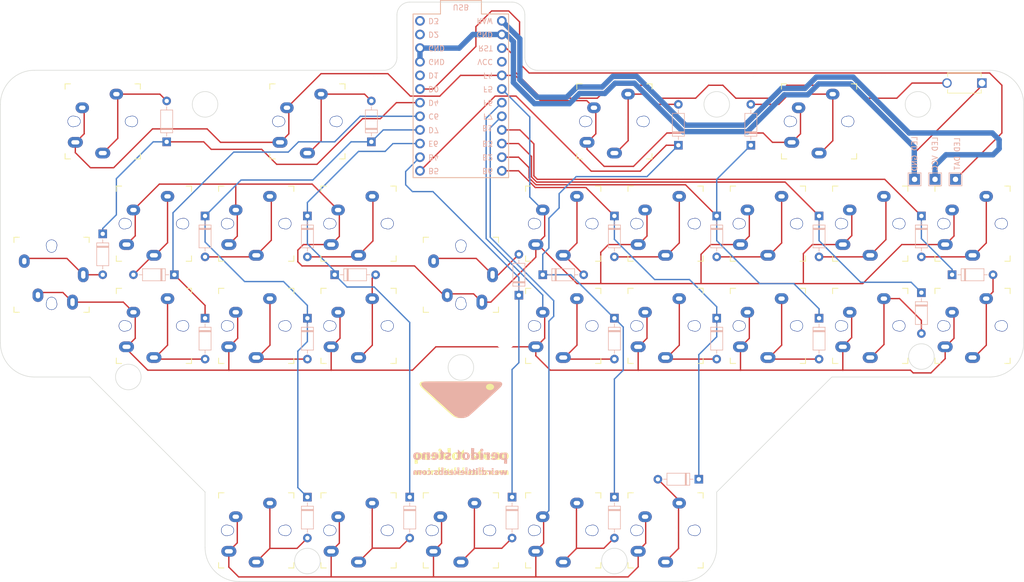
<source format=kicad_pcb>
(kicad_pcb (version 20221018) (generator pcbnew)
  (layers (0 "F.Cu" signal) (31 "B.Cu" signal) (34 "B.Paste" user) (35 "F.Paste" user) (36 "B.SilkS" user "B.Silkscreen") (37 "F.SilkS" user "F.Silkscreen") (38 "B.Mask" user) (39 "F.Mask" user) (44 "Edge.Cuts" user))
  (net 0 "")
  (net 1 "COL0")
  (net 2 "Net-(D1-A)")
  (net 3 "Net-(D3-A)")
  (net 4 "COL1")
  (net 5 "Net-(D7-A)")
  (net 6 "Net-(D8-A)")
  (net 7 "COL2")
  (net 8 "Net-(D10-A)")
  (net 9 "Net-(D11-A)")
  (net 10 "Net-(D12-A)")
  (net 11 "COL3")
  (net 12 "Net-(D16-A)")
  (net 13 "Net-(D17-A)")
  (net 14 "Net-(D18-A)")
  (net 15 "COL4")
  (net 16 "Net-(D20-A)")
  (net 17 "Net-(D22-A)")
  (net 18 "COL5")
  (net 19 "Net-(D24-A)")
  (net 20 "Net-(D25-A)")
  (net 21 "Net-(D26-A)")
  (net 22 "Net-(D27-A)")
  (net 23 "COL6")
  (net 24 "Net-(D29-A)")
  (net 25 "Net-(D30-A)")
  (net 26 "Net-(D31-A)")
  (net 27 "COL7")
  (net 28 "Net-(D32-A)")
  (net 29 "Net-(D33-A)")
  (net 30 "Net-(D34-A)")
  (net 31 "Net-(D35-A)")
  (net 32 "COL8")
  (net 33 "Net-(D37-A)")
  (net 34 "Net-(D38-A)")
  (net 35 "COL9")
  (net 36 "Net-(D41-A)")
  (net 37 "Net-(D42-A)")
  (net 38 "GND")
  (net 39 "+5V")
  (net 40 "LED_DAT")
  (net 41 "RESET")
  (net 42 "ROW0")
  (net 43 "ROW2")
  (net 44 "ROW1")
  (net 45 "ROW3")
  (footprint "FOOTPRINTS:CherryMX_Choc_1u" (layer "F.Cu") (at 161.925 66.675)
    (fp_text reference "SW26" hide)
    (fp_text value "F" hide)
  )
  (footprint "FOOTPRINTS:CherryMX_Choc_1u" (layer "F.Cu") (at 104.775 123.825)
    (fp_text reference "SW19" hide)
    (fp_text value "A" hide)
  )
  (footprint "FOOTPRINTS:CherryMX_Choc_1u" (layer "F.Cu") (at 123.825 66.675)
    (fp_text reference "SW17" hide)
    (fp_text value "H" hide)
  )
  (footprint "FOOTPRINTS:CherryMX_Choc_1u" (layer "F.Cu") (at 238.125 66.675)
    (fp_text reference "SW42" hide)
    (fp_text value "D" hide)
  )
  (footprint "FOOTPRINTS:CherryMX_Choc_1u" (layer "F.Cu") (at 161.925 85.725)
    (fp_text reference "SW27" hide)
    (fp_text value "R" hide)
  )
  (footprint "FOOTPRINTS:CherryMX_Choc_1u" (layer "F.Cu") (at 180.975 123.825)
    (fp_text reference "SW36" hide)
    (fp_text value "U" hide)
  )
  (footprint "FOOTPRINTS:CherryMX_Choc_1u" (layer "F.Cu") (at 142.875 76.2 90)
    (fp_text reference "SW21" hide)
    (fp_text value "*" hide)
  )
  (footprint "FOOTPRINTS:CherryMX_Choc_1u" (layer "F.Cu") (at 161.925 123.825)
    (fp_text reference "SW32" hide)
    (fp_text value "E" hide)
  )
  (footprint "FOOTPRINTS:CherryMX_Choc_1u" (layer "F.Cu") (at 142.875 123.825)
    (fp_text reference "SW28" hide)
    (fp_text value "*" hide)
  )
  (footprint "FOOTPRINTS:CherryMX_Choc_1u" (layer "F.Cu") (at 209.55 47.625)
    (fp_text reference "SW33" hide)
    (fp_text value "#" hide)
  )
  (footprint "FOOTPRINTS:CherryMX_Choc_1u" (layer "F.Cu") (at 200.025 66.675)
    (fp_text reference "SW34" hide)
    (fp_text value "L" hide)
  )
  (footprint "FOOTPRINTS:Stabilizer_MX_2u" (layer "F.Cu") (at 209.55 47.625)
    (fp_text reference "REF**" hide)
    (fp_text value "Stabilizer_MX_2u" hide)
  )
  (footprint "FOOTPRINTS:CherryMX_Choc_1u" (layer "F.Cu") (at 219.075 85.725)
    (fp_text reference "SW39" hide)
    (fp_text value "S" hide)
  )
  (footprint "FOOTPRINTS:CherryMX_Choc_1u" (layer "F.Cu") (at 180.975 85.725)
    (fp_text reference "SW31" hide)
    (fp_text value "B" hide)
  )
  (footprint "FOOTPRINTS:CherryMX_Choc_1u" (layer "F.Cu") (at 85.725 85.725)
    (fp_text reference "SW9" hide)
    (fp_text value "K" hide)
  )
  (footprint "FOOTPRINTS:ProMicro" (layer "F.Cu") (at 142.875 42.8625 -90)
    (fp_text reference "U1" hide)
    (fp_text value "ProMicro")
  )
  (footprint "FOOTPRINTS:CherryMX_Choc_1u" (layer "F.Cu") (at 104.775 66.675)
    (fp_text reference "SW12" hide)
    (fp_text value "P" hide)
  )
  (footprint "FOOTPRINTS:CherryMX_Choc_1u" (layer "F.Cu") (at 66.675 76.2 90)
    (fp_text reference "SW4" hide)
    (fp_text value "S" hide)
  )
  (footprint "FOOTPRINTS:Stabilizer_MX_2u" (layer "F.Cu") (at 66.675 76.2 90)
    (fp_text reference "REF**" hide)
    (fp_text value "Stabilizer_MX_2u" hide)
  )
  (footprint "FOOTPRINTS:Stabilizer_MX_2u" (layer "F.Cu") (at 142.875 76.2 90)
    (fp_text reference "REF**" hide)
    (fp_text value "Stabilizer_MX_2u" hide)
  )
  (footprint "FOOTPRINTS:CherryMX_Choc_1u" (layer "F.Cu") (at 114.3 47.625)
    (fp_text reference "SW11" hide)
    (fp_text value "#" hide)
  )
  (footprint "FOOTPRINTS:Stabilizer_MX_2u" (layer "F.Cu") (at 171.45 47.625)
    (fp_text reference "REF**" hide)
    (fp_text value "Stabilizer_MX_2u" hide)
  )
  (footprint "FOOTPRINTS:1825965-1" (layer "F.Cu") (at 233.3625 40.48125 180)
    (fp_text reference "SW1")
    (fp_text value "RESET")
  )
  (footprint "FOOTPRINTS:CherryMX_Choc_1u" (layer "F.Cu") (at 219.075 66.675)
    (fp_text reference "SW38" hide)
    (fp_text value "T" hide)
  )
  (footprint "FOOTPRINTS:CherryMX_Choc_1u" (layer "F.Cu") (at 76.2 47.625)
    (fp_text reference "SW2" hide)
    (fp_text value "#" hide)
  )
  (footprint "FOOTPRINTS:Stabilizer_MX_2u" (layer "F.Cu") (at 76.2 47.625)
    (fp_text reference "REF**" hide)
    (fp_text value "Stabilizer_MX_2u" hide)
  )
  (footprint "FOOTPRINTS:CherryMX_Choc_1u" (layer "F.Cu") (at 200.025 85.725)
    (fp_text reference "SW35" hide)
    (fp_text value "G" hide)
  )
  (footprint "FOOTPRINTS:CherryMX_Choc_1u" (layer "F.Cu") (at 123.825 123.825)
    (fp_text reference "SW23" hide)
    (fp_text value "O" hide)
  )
  (footprint "FOOTPRINTS:CherryMX_Choc_1u" (layer "F.Cu") (at 171.45 47.625)
    (fp_text reference "SW25" hide)
    (fp_text value "#" hide)
  )
  (footprint "FOOTPRINTS:Stabilizer_MX_2u" (layer "F.Cu") (at 114.3 47.625)
    (fp_text reference "REF**" hide)
    (fp_text value "Stabilizer_MX_2u" hide)
  )
  (footprint "FOOTPRINTS:CherryMX_Choc_1u" (layer "F.Cu") (at 180.975 66.675)
    (fp_text reference "SW30" hide)
    (fp_text value "P" hide)
  )
  (footprint "FOOTPRINTS:CherryMX_Choc_1u" (layer "F.Cu") (at 238.125 85.725)
    (fp_text reference "SW43" hide)
    (fp_text value "Z" hide)
  )
  (footprint "FOOTPRINTS:STENO LOGO M" (layer "F.Cu") (at 142.875 104.775)
    (fp_text reference "G***")
    (fp_text value "LOGO" hide)
  )
  (footprint "FOOTPRINTS:CherryMX_Choc_1u" (layer "F.Cu") (at 85.725 66.675)
    (fp_text reference "SW8" hide)
    (fp_text value "T" hide)
  )
  (footprint "FOOTPRINTS:CherryMX_Choc_1u" (layer "F.Cu") (at 104.775 85.725)
    (fp_text reference "SW13" hide)
    (fp_text value "W" hide)
  )
  (footprint "FOOTPRINTS:CherryMX_Choc_1u" (layer "F.Cu") (at 123.825 85.725)
    (fp_text reference "SW18" hide)
    (fp_text value "R" hide)
  )
  (footprint "Diode_THT:D_DO-35_SOD27_P7.62mm_Horizontal" (layer "B.Cu") (at 152.4 117.63375 -90)
    (fp_text reference "D27")
    (fp_text value "D")
  )
  (footprint "Diode_THT:D_DO-35_SOD27_P7.62mm_Horizontal" (layer "B.Cu") (at 228.6 65.24625 -90)
    (fp_text reference "D41")
    (fp_text value "D")
  )
  (footprint "Diode_THT:D_DO-35_SOD27_P7.62mm_Horizontal" (layer "B.Cu") (at 190.5 65.24625 -90)
    (fp_text reference "D33")
    (fp_text value "D")
  )
  (footprint "Diode_THT:D_DO-35_SOD27_P7.62mm_Horizontal" (layer "B.Cu") (at 190.5 84.29625 -90)
    (fp_text reference "D30")
    (fp_text value "D")
  )
  (footprint "Diode_THT:D_DO-35_SOD27_P7.62mm_Horizontal" (layer "B.Cu") (at 171.45 117.63375 -90)
    (fp_text reference "D31")
    (fp_text value "D")
  )
  (footprint "Diode_THT:D_DO-35_SOD27_P7.62mm_Horizontal" (layer "B.Cu") (at 114.3 84.29625 -90)
    (fp_text reference "D12")
    (fp_text value "D")
  )
  (footprint "Diode_THT:D_DO-35_SOD27_P7.62mm_Horizontal" (layer "B.Cu") (at 133.35 117.63375 -90)
    (fp_text reference "D22")
    (fp_text value "D")
  )
  (footprint "Diode_THT:D_DO-35_SOD27_P7.62mm_Horizontal" (layer "B.Cu") (at 234.315 76.2)
    (fp_text reference "D42")
    (fp_text value "D")
  )
  (footprint "Diode_THT:D_DO-35_SOD27_P7.62mm_Horizontal" (layer "B.Cu") (at 209.55 65.24625 -90)
    (fp_text reference "D37")
    (fp_text value "D")
  )
  (footprint "Diode_THT:D_DO-35_SOD27_P7.62mm_Horizontal" (layer "B.Cu") (at 88.10625 51.435 90)
    (fp_text reference "D1")
    (fp_text value "D")
  )
  (footprint "Diode_THT:D_DO-35_SOD27_P7.62mm_Horizontal" (layer "B.Cu") (at 119.38 76.2)
    (fp_text reference "D17")
    (fp_text value "D")
  )
  (footprint "FOOTPRINTS:STENO LOGO M" (layer "B.Cu") (at 142.875 104.775 180)
    (fp_text reference "G***")
    (fp_text value "LOGO" hide)
  )
  (footprint "Diode_THT:D_DO-35_SOD27_P7.62mm_Horizontal" (layer "B.Cu") (at 171.45 65.24625 -90)
    (fp_text reference "D29")
    (fp_text value "D")
  )
  (footprint "TestPoint:TestPoint_THTPad_2.0x2.0mm_Drill1.0mm" (layer "B.Cu") (at 227.33 58.42)
    (fp_text reference "J3")
    (fp_text value "LED GND")
  )
  (footprint "Diode_THT:D_DO-35_SOD27_P7.62mm_Horizontal" (layer "B.Cu") (at 228.6 79.53375 -90)
    (fp_text reference "D38")
    (fp_text value "D")
  )
  (footprint "Diode_THT:D_DO-35_SOD27_P7.62mm_Horizontal" (layer "B.Cu") (at 158.115 76.2)
    (fp_text reference "D25")
    (fp_text value "D")
  )
  (footprint "Diode_THT:D_DO-35_SOD27_P7.62mm_Horizontal" (layer "B.Cu") (at 76.2 68.58 -90)
    (fp_text reference "D3")
    (fp_text value "D")
  )
  (footprint "TestPoint:TestPoint_THTPad_2.0x2.0mm_Drill1.0mm" (layer "B.Cu") (at 231.14 58.42)
    (fp_text reference "J1")
    (fp_text value "LED VCC")
  )
  (footprint "Diode_THT:D_DO-35_SOD27_P7.62mm_Horizontal" (layer "B.Cu") (at 171.45 84.29625 -90)
    (fp_text reference "D26")
    (fp_text value "D")
  )
  (footprint "Diode_THT:D_DO-35_SOD27_P7.62mm_Horizontal" (layer "B.Cu") (at 114.3 65.24625 -90)
    (fp_text reference "D16")
    (fp_text value "D")
  )
  (footprint "TestPoint:TestPoint_THTPad_2.0x2.0mm_Drill1.0mm" (layer "B.Cu") (at 234.95 58.42)
    (fp_text reference "J2")
    (fp_text value "LED DAT")
  )
  (footprint "Diode_THT:D_DO-35_SOD27_P7.62mm_Horizontal" (layer "B.Cu") (at 95.25 65.24625 -90)
    (fp_text reference "D11")
    (fp_text value "D")
  )
  (footprint "Diode_THT:D_DO-35_SOD27_P7.62mm_Horizontal" (layer "B.Cu") (at 89.535 76.2 180)
    (fp_text reference "D7")
    (fp_text value "D")
  )
  (footprint "Diode_THT:D_DO-35_SOD27_P7.62mm_Horizontal" (layer "B.Cu") (at 183.35625 52.07 90)
    (fp_text reference "D24")
    (fp_text value "D")
  )
  (footprint "Diode_THT:D_DO-35_SOD27_P7.62mm_Horizontal" (layer "B.Cu") (at 95.25 84.29625 -90)
    (fp_text reference "D8")
    (fp_text value "D")
  )
  (footprint "Diode_THT:D_DO-35_SOD27_P7.62mm_Horizontal" (layer "B.Cu") (at 196.85 52.07 90)
    (fp_text reference "D32")
    (fp_text value "D")
  )
  (footprint "Diode_THT:D_DO-35_SOD27_P7.62mm_Horizontal" (layer "B.Cu") (at 126.20625 51.435 90)
    (fp_text reference "D10")
    (fp_text value "D")
  )
  (footprint "Diode_THT:D_DO-35_SOD27_P7.62mm_Horizontal" (layer "B.Cu") (at 209.55 84.29625 -90)
    (fp_text reference "D34")
    (fp_text value "D")
  )
  (footprint "Diode_THT:D_DO-35_SOD27_P7.62mm_Horizontal" (layer "B.Cu") (at 187.16625 114.3 180)
    (fp_text reference "D35")
    (fp_text value "D")
  )
  (footprint "Diode_THT:D_DO-35_SOD27_P7.62mm_Horizontal" (layer "B.Cu") (at 114.3 117.63375 -90)
    (fp_text reference "D18")
    (fp_text value "D")
  )
  (footprint "Diode_THT:D_DO-35_SOD27_P7.62mm_Horizontal" (layer "B.Cu") (at 153.67 80.01 90)
    (fp_text reference "D20")
    (fp_text value "D")
  )
  (gr_line (start 73.81875 95.25) (end 63.5 95.25) (stroke (width 0.1)) (layer "Edge.Cuts"))
  (gr_arc (start 101.6 133.35) (mid 97.109872 131.490128) (end 95.25 127) (stroke (width 0.1)) (layer "Edge.Cuts"))
  (gr_line (start 241.3 95.25) (end 211.93125 95.25) (stroke (width 0.1)) (layer "Edge.Cuts"))
  (gr_arc (start 247.65 88.9) (mid 245.790128 93.390128) (end 241.3 95.25) (stroke (width 0.1)) (layer "Edge.Cuts"))
  (gr_circle (center 228.6 91.44) (end 230.98125 91.44) (stroke (width 0.1)) (fill none) (layer "Edge.Cuts"))
  (gr_line (start 130.96875 27.78125) (end 130.96875 35.71875) (stroke (width 0.1)) (layer "Edge.Cuts"))
  (gr_arc (start 130.96875 35.71875) (mid 130.271298 37.402548) (end 128.5875 38.1) (stroke (width 0.1)) (layer "Edge.Cuts"))
  (gr_circle (center 190.5 44.45) (end 192.88125 44.45) (stroke (width 0.1)) (fill none) (layer "Edge.Cuts"))
  (gr_line (start 95.25 116.68125) (end 73.81875 95.25) (stroke (width 0.1)) (layer "Edge.Cuts"))
  (gr_circle (center 80.9625 95.25) (end 83.34375 95.25) (stroke (width 0.1)) (fill none) (layer "Edge.Cuts"))
  (gr_line (start 211.93125 95.25) (end 190.5 116.68125) (stroke (width 0.1)) (layer "Edge.Cuts"))
  (gr_line (start 154.78125 27.78125) (end 154.78125 35.71875) (stroke (width 0.1)) (layer "Edge.Cuts"))
  (gr_line (start 128.5875 38.1) (end 63.5 38.1) (stroke (width 0.1)) (layer "Edge.Cuts"))
  (gr_arc (start 157.1625 38.1) (mid 155.478702 37.402548) (end 154.78125 35.71875) (stroke (width 0.1)) (layer "Edge.Cuts"))
  (gr_circle (center 114.3 129.54) (end 116.68125 129.54) (stroke (width 0.1)) (fill none) (layer "Edge.Cuts"))
  (gr_circle (center 95.25 44.45) (end 97.63125 44.45) (stroke (width 0.1)) (fill none) (layer "Edge.Cuts"))
  (gr_line (start 133.35 25.4) (end 152.4 25.4) (stroke (width 0.1)) (layer "Edge.Cuts"))
  (gr_arc (start 63.5 95.25) (mid 59.009872 93.390128) (end 57.15 88.9) (stroke (width 0.1)) (layer "Edge.Cuts"))
  (gr_line (start 247.65 44.45) (end 247.65 88.9) (stroke (width 0.1)) (layer "Edge.Cuts"))
  (gr_arc (start 130.96875 27.78125) (mid 131.66622 26.097484) (end 133.35 25.4) (stroke (width 0.1)) (layer "Edge.Cuts"))
  (gr_line (start 57.15 88.9) (end 57.15 44.45) (stroke (width 0.1)) (layer "Edge.Cuts"))
  (gr_circle (center 171.45 129.54) (end 173.83125 129.54) (stroke (width 0.1)) (fill none) (layer "Edge.Cuts"))
  (gr_arc (start 241.3 38.1) (mid 245.790128 39.959872) (end 247.65 44.45) (stroke (width 0.1)) (layer "Edge.Cuts"))
  (gr_line (start 157.1625 38.1) (end 241.3 38.1) (stroke (width 0.1)) (layer "Edge.Cuts"))
  (gr_circle (center 227.965 44.45) (end 230.34625 44.45) (stroke (width 0.1)) (fill none) (layer "Edge.Cuts"))
  (gr_line (start 95.25 116.68125) (end 95.25 127) (stroke (width 0.1)) (layer "Edge.Cuts"))
  (gr_arc (start 152.4 25.4) (mid 154.083816 26.097449) (end 154.78125 27.78125) (stroke (width 0.1)) (layer "Edge.Cuts"))
  (gr_circle (center 142.875 93.472) (end 145.25625 93.472) (stroke (width 0.1)) (fill none) (layer "Edge.Cuts"))
  (gr_line (start 190.5 127) (end 190.5 116.68125) (stroke (width 0.1)) (layer "Edge.Cuts"))
  (gr_arc (start 190.5 127) (mid 188.640128 131.490128) (end 184.15 133.35) (stroke (width 0.1)) (layer "Edge.Cuts"))
  (gr_line (start 101.6 133.35) (end 184.15 133.35) (stroke (width 0.1)) (layer "Edge.Cuts"))
  (gr_arc (start 57.15 44.45) (mid 59.009872 39.959872) (end 63.5 38.1) (stroke (width 0.1)) (layer "Edge.Cuts"))
  (segment (start 116.078 55.626) (end 124.587 47.117) (width 0.25) (layer "F.Cu") (net 1))
  (segment (start 127.889 47.117) (end 130.8735 44.1325) (width 0.25) (layer "F.Cu") (net 1))
  (segment (start 124.587 47.117) (end 127.889 47.117) (width 0.25) (layer "F.Cu") (net 1))
  (segment (start 88.10625 51.435) (end 94.996 51.435) (width 0.25) (layer "F.Cu") (net 1))
  (segment (start 108.585 55.626) (end 116.078 55.626) (width 0.25) (layer "F.Cu") (net 1))
  (segment (start 94.996 51.435) (end 96.393 52.832) (width 0.25) (layer "F.Cu") (net 1))
  (segment (start 105.791 52.832) (end 108.585 55.626) (width 0.25) (layer "F.Cu") (net 1))
  (segment (start 130.8735 44.1325) (end 135.255 44.1325) (width 0.25) (layer "F.Cu") (net 1))
  (segment (start 96.393 52.832) (end 105.791 52.832) (width 0.25) (layer "F.Cu") (net 1))
  (segment (start 76.2 67.564) (end 76.2 68.58) (width 0.25) (layer "B.Cu") (net 1))
  (segment (start 78.74 65.024) (end 76.2 67.564) (width 0.25) (layer "B.Cu") (net 1))
  (segment (start 88.10625 51.435) (end 85.598 51.435) (width 0.25) (layer "B.Cu") (net 1))
  (segment (start 78.74 58.293) (end 78.74 65.024) (width 0.25) (layer "B.Cu") (net 1))
  (segment (start 85.598 51.435) (end 78.74 58.293) (width 0.25) (layer "B.Cu") (net 1))
  (segment (start 78.74 42.545) (end 86.83625 42.545) (width 0.25) (layer "F.Cu") (net 2))
  (segment (start 78.994 50.788) (end 76.22 53.562) (width 0.25) (layer "F.Cu") (net 2))
  (segment (start 78.994 42.816) (end 78.994 50.788) (width 0.25) (layer "F.Cu") (net 2))
  (segment (start 78.76 42.582) (end 78.994 42.816) (width 0.25) (layer "F.Cu") (net 2))
  (segment (start 86.83625 42.545) (end 88.10625 43.815) (width 0.25) (layer "F.Cu") (net 2))
  (segment (start 61.595 73.66) (end 62.103 73.152) (width 0.25) (layer "F.Cu") (net 3))
  (segment (start 62.103 73.152) (end 69.527 73.152) (width 0.25) (layer "F.Cu") (net 3))
  (segment (start 72.575 76.2) (end 76.2 76.2) (width 0.25) (layer "F.Cu") (net 3))
  (segment (start 69.527 73.152) (end 72.575 76.2) (width 0.25) (layer "F.Cu") (net 3))
  (segment (start 95.25 84.29625) (end 95.25 81.915) (width 0.25) (layer "F.Cu") (net 4))
  (segment (start 95.25 81.915) (end 89.535 76.2) (width 0.25) (layer "F.Cu") (net 4))
  (segment (start 112.649 51.435) (end 110.744 53.34) (width 0.25) (layer "B.Cu") (net 4))
  (segment (start 89.281 64.643) (end 89.281 75.946) (width 0.25) (layer "B.Cu") (net 4))
  (segment (start 89.281 75.946) (end 89.535 76.2) (width 0.25) (layer "B.Cu") (net 4))
  (segment (start 119.38 51.435) (end 112.649 51.435) (width 0.25) (layer "B.Cu") (net 4))
  (segment (start 124.1425 46.6725) (end 119.38 51.435) (width 0.25) (layer "B.Cu") (net 4))
  (segment (start 135.255 46.6725) (end 124.1425 46.6725) (width 0.25) (layer "B.Cu") (net 4))
  (segment (start 100.584 53.34) (end 89.281 64.643) (width 0.25) (layer "B.Cu") (net 4))
  (segment (start 110.744 53.34) (end 100.584 53.34) (width 0.25) (layer "B.Cu") (net 4))
  (segment (start 85.54 72.575) (end 85.725 72.575) (width 0.25) (layer "F.Cu") (net 5))
  (segment (start 88.265 70.235) (end 85.925 72.575) (width 0.25) (layer "F.Cu") (net 5))
  (segment (start 81.915 76.2) (end 85.54 72.575) (width 0.25) (layer "F.Cu") (net 5))
  (segment (start 85.925 72.575) (end 85.725 72.575) (width 0.25) (layer "F.Cu") (net 5))
  (segment (start 88.265 61.595) (end 88.265 70.235) (width 0.25) (layer "F.Cu") (net 5))
  (segment (start 88.265 89.322) (end 85.925 91.662) (width 0.25) (layer "F.Cu") (net 6))
  (segment (start 95.25 91.91625) (end 86.01625 91.91625) (width 0.25) (layer "F.Cu") (net 6))
  (segment (start 85.54 91.662) (end 85.725 91.662) (width 0.25) (layer "F.Cu") (net 6))
  (segment (start 88.265 80.682) (end 88.265 89.322) (width 0.25) (layer "F.Cu") (net 6))
  (segment (start 86.01625 91.91625) (end 85.725 91.625) (width 0.25) (layer "F.Cu") (net 6))
  (segment (start 85.925 91.662) (end 85.725 91.662) (width 0.25) (layer "F.Cu") (net 6))
  (segment (start 135.255 49.2125) (end 128.42875 49.2125) (width 0.25) (layer "B.Cu") (net 7))
  (segment (start 114.3 88.646) (end 112.522 90.424) (width 0.25) (layer "B.Cu") (net 7))
  (segment (start 114.3 84.29625) (end 114.3 88.646) (width 0.25) (layer "B.Cu") (net 7))
  (segment (start 128.42875 49.2125) (end 126.20625 51.435) (width 0.25) (layer "B.Cu") (net 7))
  (segment (start 101.94925 58.547) (end 95.25 65.24625) (width 0.25) (layer "B.Cu") (net 7))
  (segment (start 112.522 90.424) (end 112.522 115.85575) (width 0.25) (layer "B.Cu") (net 7))
  (segment (start 126.20625 51.435) (end 122.428 51.435) (width 0.25) (layer "B.Cu") (net 7))
  (segment (start 112.522 115.85575) (end 114.3 117.63375) (width 0.25) (layer "B.Cu") (net 7))
  (segment (start 102.616 77.47) (end 109.855 77.47) (width 0.25) (layer "B.Cu") (net 7))
  (segment (start 109.855 77.47) (end 114.3 81.915) (width 0.25) (layer "B.Cu") (net 7))
  (segment (start 122.428 51.435) (end 115.316 58.547) (width 0.25) (layer "B.Cu") (net 7))
  (segment (start 95.25 65.24625) (end 95.25 70.104) (width 0.25) (layer "B.Cu") (net 7))
  (segment (start 115.316 58.547) (end 101.94925 58.547) (width 0.25) (layer "B.Cu") (net 7))
  (segment (start 114.3 81.915) (end 114.3 84.29625) (width 0.25) (layer "B.Cu") (net 7))
  (segment (start 95.25 70.104) (end 102.616 77.47) (width 0.25) (layer "B.Cu") (net 7))
  (segment (start 116.84 42.545) (end 124.93625 42.545) (width 0.25) (layer "F.Cu") (net 8))
  (segment (start 114.52 53.562) (end 114.32 53.562) (width 0.25) (layer "F.Cu") (net 8))
  (segment (start 116.86 51.222) (end 114.52 53.562) (width 0.25) (layer "F.Cu") (net 8))
  (segment (start 116.86 42.582) (end 116.86 51.222) (width 0.25) (layer "F.Cu") (net 8))
  (segment (start 124.93625 42.545) (end 126.20625 43.815) (width 0.25) (layer "F.Cu") (net 8))
  (segment (start 104.48375 72.86625) (end 104.775 72.575) (width 0.25) (layer "F.Cu") (net 9))
  (segment (start 107.315 61.595) (end 107.586362 61.866362) (width 0.25) (layer "F.Cu") (net 9))
  (segment (start 107.586362 69.763638) (end 104.775 72.575) (width 0.25) (layer "F.Cu") (net 9))
  (segment (start 95.25 72.86625) (end 104.48375 72.86625) (width 0.25) (layer "F.Cu") (net 9))
  (segment (start 107.586362 61.866362) (end 107.586362 69.763638) (width 0.25) (layer "F.Cu") (net 9))
  (segment (start 104.995 91.662) (end 104.795 91.662) (width 0.25) (layer "F.Cu") (net 10))
  (segment (start 104.61 91.662) (end 104.795 91.662) (width 0.25) (layer "F.Cu") (net 10))
  (segment (start 107.335 80.682) (end 107.335 89.322) (width 0.25) (layer "F.Cu") (net 10))
  (segment (start 105.06625 91.91625) (end 104.775 91.625) (width 0.25) (layer "F.Cu") (net 10))
  (segment (start 114.3 91.91625) (end 105.06625 91.91625) (width 0.25) (layer "F.Cu") (net 10))
  (segment (start 107.335 89.322) (end 104.995 91.662) (width 0.25) (layer "F.Cu") (net 10))
  (segment (start 128.778 53.213) (end 123.825 53.213) (width 0.25) (layer "B.Cu") (net 11))
  (segment (start 114.3 70.443701) (end 119.38 75.523701) (width 0.25) (layer "B.Cu") (net 11))
  (segment (start 121.666 78.486) (end 126.746 78.486) (width 0.25) (layer "B.Cu") (net 11))
  (segment (start 119.38 76.2) (end 121.666 78.486) (width 0.25) (layer "B.Cu") (net 11))
  (segment (start 126.746 78.486) (end 133.35 85.09) (width 0.25) (layer "B.Cu") (net 11))
  (segment (start 119.38 75.523701) (end 119.38 76.2) (width 0.25) (layer "B.Cu") (net 11))
  (segment (start 135.255 51.7525) (end 130.2385 51.7525) (width 0.25) (layer "B.Cu") (net 11))
  (segment (start 114.3 62.738) (end 114.3 65.24625) (width 0.25) (layer "B.Cu") (net 11))
  (segment (start 123.825 53.213) (end 114.3 62.738) (width 0.25) (layer "B.Cu") (net 11))
  (segment (start 114.3 65.24625) (end 114.3 70.443701) (width 0.25) (layer "B.Cu") (net 11))
  (segment (start 130.2385 51.7525) (end 128.778 53.213) (width 0.25) (layer "B.Cu") (net 11))
  (segment (start 133.35 85.09) (end 133.35 117.63375) (width 0.25) (layer "B.Cu") (net 11))
  (segment (start 114.3 72.86625) (end 123.53375 72.86625) (width 0.25) (layer "F.Cu") (net 12))
  (segment (start 126.5 69.9) (end 123.825 72.575) (width 0.25) (layer "F.Cu") (net 12))
  (segment (start 123.53375 72.86625) (end 123.825 72.575) (width 0.25) (layer "F.Cu") (net 12))
  (segment (start 126.5 61.73) (end 126.5 69.9) (width 0.25) (layer "F.Cu") (net 12))
  (segment (start 126.365 61.595) (end 126.5 61.73) (width 0.25) (layer "F.Cu") (net 12))
  (segment (start 126.385 89.322) (end 124.045 91.662) (width 0.25) (layer "F.Cu") (net 13))
  (segment (start 124.045 91.662) (end 123.845 91.662) (width 0.25) (layer "F.Cu") (net 13))
  (segment (start 126.385 80.682) (end 126.385 89.322) (width 0.25) (layer "F.Cu") (net 13))
  (segment (start 123.66 91.662) (end 123.845 91.662) (width 0.25) (layer "F.Cu") (net 13))
  (segment (start 126.365 76.835) (end 127 76.2) (width 0.25) (layer "F.Cu") (net 13))
  (segment (start 126.365 80.645) (end 126.365 76.835) (width 0.25) (layer "F.Cu") (net 13))
  (segment (start 104.775 129.725) (end 107.315 127.185) (width 0.25) (layer "F.Cu") (net 14))
  (segment (start 112.36875 127.185) (end 107.315 127.185) (width 0.25) (layer "F.Cu") (net 14))
  (segment (start 114.3 125.25375) (end 112.36875 127.185) (width 0.25) (layer "F.Cu") (net 14))
  (segment (start 107.315 127.185) (end 107.315 118.745) (width 0.25) (layer "F.Cu") (net 14))
  (segment (start 133.858 60.706) (end 137.668 60.706) (width 0.25) (layer "B.Cu") (net 15))
  (segment (start 152.4 117.63375) (end 152.4 93.853) (width 0.25) (layer "B.Cu") (net 15))
  (segment (start 135.255 54.2925) (end 132.588 56.9595) (width 0.25) (layer "B.Cu") (net 15))
  (segment (start 152.4 93.853) (end 153.67 92.583) (width 0.25) (layer "B.Cu") (net 15))
  (segment (start 132.588 59.436) (end 133.858 60.706) (width 0.25) (layer "B.Cu") (net 15))
  (segment (start 153.67 92.583) (end 153.67 80.01) (width 0.25) (layer "B.Cu") (net 15))
  (segment (start 153.67 76.708) (end 153.67 80.01) (width 0.25) (layer "B.Cu") (net 15))
  (segment (start 132.588 56.9595) (end 132.588 59.436) (width 0.25) (layer "B.Cu") (net 15))
  (segment (start 137.668 60.706) (end 153.67 76.708) (width 0.25) (layer "B.Cu") (net 15))
  (segment (start 148.775 76.2) (end 149.86 76.2) (width 0.25) (layer "F.Cu") (net 16))
  (segment (start 138.303 73.152) (end 145.727 73.152) (width 0.25) (layer "F.Cu") (net 16))
  (segment (start 137.795 73.66) (end 138.303 73.152) (width 0.25) (layer "F.Cu") (net 16))
  (segment (start 149.86 76.2) (end 153.67 72.39) (width 0.25) (layer "F.Cu") (net 16))
  (segment (start 145.727 73.152) (end 148.775 76.2) (width 0.25) (layer "F.Cu") (net 16))
  (segment (start 126.365 127.135) (end 131.46875 127.135) (width 0.25) (layer "F.Cu") (net 17))
  (segment (start 131.46875 127.135) (end 133.35 125.25375) (width 0.25) (layer "F.Cu") (net 17))
  (segment (start 126.365 127.185) (end 126.365 127.135) (width 0.25) (layer "F.Cu") (net 17))
  (segment (start 126.365 127.135) (end 126.365 118.745) (width 0.25) (layer "F.Cu") (net 17))
  (segment (start 123.825 129.725) (end 126.365 127.185) (width 0.25) (layer "F.Cu") (net 17))
  (segment (start 149.2435 42.9075) (end 135.3185 56.8325) (width 0.25) (layer "F.Cu") (net 18))
  (segment (start 183.35625 52.07) (end 181.102 52.07) (width 0.25) (layer "F.Cu") (net 18))
  (segment (start 167.132 56.896) (end 153.1435 42.9075) (width 0.25) (layer "F.Cu") (net 18))
  (segment (start 176.276 56.896) (end 167.132 56.896) (width 0.25) (layer "F.Cu") (net 18))
  (segment (start 153.1435 42.9075) (end 149.2435 42.9075) (width 0.25) (layer "F.Cu") (net 18))
  (segment (start 135.3185 56.8325) (end 135.255 56.8325) (width 0.25) (layer "F.Cu") (net 18))
  (segment (start 181.102 52.07) (end 176.276 56.896) (width 0.25) (layer "F.Cu") (net 18))
  (segment (start 159.258 71.247) (end 158.115 72.39) (width 0.25) (layer "B.Cu") (net 18))
  (segment (start 171.45 84.29625) (end 173.101 85.94725) (width 0.25) (layer "B.Cu") (net 18))
  (segment (start 173.101 85.94725) (end 173.101 93.98) (width 0.25) (layer "B.Cu") (net 18))
  (segment (start 159.258 65.659) (end 159.258 71.247) (width 0.25) (layer "B.Cu") (net 18))
  (segment (start 158.115 76.2) (end 163.322 76.2) (width 0.25) (layer "B.Cu") (net 18))
  (segment (start 158.115 72.39) (end 158.115 76.2) (width 0.25) (layer "B.Cu") (net 18))
  (segment (start 164.338 57.912) (end 161.163 61.087) (width 0.25) (layer "B.Cu") (net 18))
  (segment (start 183.35625 52.07) (end 177.51425 57.912) (width 0.25) (layer "B.Cu") (net 18))
  (segment (start 171.41825 84.29625) (end 171.45 84.29625) (width 0.25) (layer "B.Cu") (net 18))
  (segment (start 161.163 63.754) (end 159.258 65.659) (width 0.25) (layer "B.Cu") (net 18))
  (segment (start 163.322 76.2) (end 171.41825 84.29625) (width 0.25) (layer "B.Cu") (net 18))
  (segment (start 177.51425 57.912) (end 164.338 57.912) (width 0.25) (layer "B.Cu") (net 18))
  (segment (start 173.101 93.98) (end 171.45 95.631) (width 0.25) (layer "B.Cu") (net 18))
  (segment (start 161.163 61.087) (end 161.163 63.754) (width 0.25) (layer "B.Cu") (net 18))
  (segment (start 171.45 95.631) (end 171.45 117.63375) (width 0.25) (layer "B.Cu") (net 18))
  (segment (start 174.01 42.582) (end 174.01 51.222) (width 0.25) (layer "F.Cu") (net 19))
  (segment (start 174.01 51.222) (end 171.67 53.562) (width 0.25) (layer "F.Cu") (net 19))
  (segment (start 173.99 42.545) (end 177.419 42.545) (width 0.25) (layer "F.Cu") (net 19))
  (segment (start 179.324 44.45) (end 183.35625 44.45) (width 0.25) (layer "F.Cu") (net 19))
  (segment (start 177.419 42.545) (end 179.324 44.45) (width 0.25) (layer "F.Cu") (net 19))
  (segment (start 171.67 53.562) (end 171.47 53.562) (width 0.25) (layer "F.Cu") (net 19))
  (segment (start 171.285 53.562) (end 171.47 53.562) (width 0.25) (layer "F.Cu") (net 19))
  (segment (start 164.485 70.272) (end 162.145 72.612) (width 0.25) (layer "F.Cu") (net 20))
  (segment (start 162.11 72.575) (end 165.735 76.2) (width 0.25) (layer "F.Cu") (net 20))
  (segment (start 161.925 72.575) (end 162.11 72.575) (width 0.25) (layer "F.Cu") (net 20))
  (segment (start 162.145 72.612) (end 161.945 72.612) (width 0.25) (layer "F.Cu") (net 20))
  (segment (start 164.485 61.632) (end 164.485 70.272) (width 0.25) (layer "F.Cu") (net 20))
  (segment (start 161.76 72.612) (end 161.945 72.612) (width 0.25) (layer "F.Cu") (net 20))
  (segment (start 164.485 80.682) (end 164.485 89.322) (width 0.25) (layer "F.Cu") (net 21))
  (segment (start 162.145 91.662) (end 161.945 91.662) (width 0.25) (layer "F.Cu") (net 21))
  (segment (start 162.21625 91.91625) (end 161.925 91.625) (width 0.25) (layer "F.Cu") (net 21))
  (segment (start 161.76 91.662) (end 161.945 91.662) (width 0.25) (layer "F.Cu") (net 21))
  (segment (start 171.45 91.91625) (end 162.21625 91.91625) (width 0.25) (layer "F.Cu") (net 21))
  (segment (start 164.485 89.322) (end 162.145 91.662) (width 0.25) (layer "F.Cu") (net 21))
  (segment (start 145.39 127.21) (end 145.39 127.16) (width 0.25) (layer "F.Cu") (net 22))
  (segment (start 142.85 129.75) (end 145.39 127.21) (width 0.25) (layer "F.Cu") (net 22))
  (segment (start 145.39 127.16) (end 145.39 118.77) (width 0.25) (layer "F.Cu") (net 22))
  (segment (start 150.49375 127.16) (end 152.375 125.27875) (width 0.25) (layer "F.Cu") (net 22))
  (segment (start 145.39 127.16) (end 150.49375 127.16) (width 0.25) (layer "F.Cu") (net 22))
  (segment (start 166.14775 59.944) (end 171.45 65.24625) (width 0.25) (layer "F.Cu") (net 23))
  (segment (start 153.6065 56.8325) (end 156.718 59.944) (width 0.25) (layer "F.Cu") (net 23))
  (segment (start 150.495 56.8325) (end 153.6065 56.8325) (width 0.25) (layer "F.Cu") (net 23))
  (segment (start 156.718 59.944) (end 166.14775 59.944) (width 0.25) (layer "F.Cu") (net 23))
  (segment (start 190.5 84.29625) (end 190.5 82.169) (width 0.25) (layer "B.Cu") (net 23))
  (segment (start 190.5 84.29625) (end 190.5 87.757) (width 0.25) (layer "B.Cu") (net 23))
  (segment (start 190.5 82.169) (end 185.42 77.089) (width 0.25) (layer "B.Cu") (net 23))
  (segment (start 171.45 69.596) (end 171.45 65.24625) (width 0.25) (layer "B.Cu") (net 23))
  (segment (start 178.943 77.089) (end 171.45 69.596) (width 0.25) (layer "B.Cu") (net 23))
  (segment (start 190.5 87.757) (end 187.16625 91.09075) (width 0.25) (layer "B.Cu") (net 23))
  (segment (start 185.42 77.089) (end 178.943 77.089) (width 0.25) (layer "B.Cu") (net 23))
  (segment (start 187.16625 91.09075) (end 187.16625 114.3) (width 0.25) (layer "B.Cu") (net 23))
  (segment (start 171.45 72.86625) (end 180.68375 72.86625) (width 0.25) (layer "F.Cu") (net 24))
  (segment (start 180.81 72.612) (end 180.995 72.612) (width 0.25) (layer "F.Cu") (net 24))
  (segment (start 183.535 61.632) (end 183.535 70.272) (width 0.25) (layer "F.Cu") (net 24))
  (segment (start 181.195 72.612) (end 180.995 72.612) (width 0.25) (layer "F.Cu") (net 24))
  (segment (start 183.535 70.272) (end 181.195 72.612) (width 0.25) (layer "F.Cu") (net 24))
  (segment (start 180.68375 72.86625) (end 180.975 72.575) (width 0.25) (layer "F.Cu") (net 24))
  (segment (start 190.5 91.91625) (end 181.26625 91.91625) (width 0.25) (layer "F.Cu") (net 25))
  (segment (start 180.81 91.662) (end 180.995 91.662) (width 0.25) (layer "F.Cu") (net 25))
  (segment (start 183.535 80.682) (end 183.535 89.322) (width 0.25) (layer "F.Cu") (net 25))
  (segment (start 181.26625 91.91625) (end 180.975 91.625) (width 0.25) (layer "F.Cu") (net 25))
  (segment (start 183.535 89.322) (end 181.195 91.662) (width 0.25) (layer "F.Cu") (net 25))
  (segment (start 181.195 91.662) (end 180.995 91.662) (width 0.25) (layer "F.Cu") (net 25))
  (segment (start 164.39 127.16) (end 169.49375 127.16) (width 0.25) (layer "F.Cu") (net 26))
  (segment (start 161.85 129.75) (end 164.39 127.21) (width 0.25) (layer "F.Cu") (net 26))
  (segment (start 164.39 127.16) (end 164.39 118.77) (width 0.25) (layer "F.Cu") (net 26))
  (segment (start 164.39 127.21) (end 164.39 127.16) (width 0.25) (layer "F.Cu") (net 26))
  (segment (start 169.49375 127.16) (end 171.375 125.27875) (width 0.25) (layer "F.Cu") (net 26))
  (segment (start 190.5 65.24625) (end 184.68975 59.436) (width 0.25) (layer "F.Cu") (net 27))
  (segment (start 155.564 58.153604) (end 155.564 56.25) (width 0.25) (layer "F.Cu") (net 27))
  (segment (start 155.564 56.25) (end 153.6065 54.2925) (width 0.25) (layer "F.Cu") (net 27))
  (segment (start 153.6065 54.2925) (end 150.495 54.2925) (width 0.25) (layer "F.Cu") (net 27))
  (segment (start 184.68975 59.436) (end 156.846396 59.436) (width 0.25) (layer "F.Cu") (net 27))
  (segment (start 156.846396 59.436) (end 155.564 58.153604) (width 0.25) (layer "F.Cu") (net 27))
  (segment (start 209.55 82.55) (end 209.55 84.29625) (width 0.25) (layer "B.Cu") (net 27))
  (segment (start 190.5 69.85) (end 198.501 77.851) (width 0.25) (layer "B.Cu") (net 27))
  (segment (start 190.5 65.24625) (end 190.5 58.42) (width 0.25) (layer "B.Cu") (net 27))
  (segment (start 190.5 58.42) (end 196.85 52.07) (width 0.25) (layer "B.Cu") (net 27))
  (segment (start 190.5 65.24625) (end 190.5 69.85) (width 0.25) (layer "B.Cu") (net 27))
  (segment (start 198.501 77.851) (end 204.851 77.851) (width 0.25) (layer "B.Cu") (net 27))
  (segment (start 204.851 77.851) (end 209.55 82.55) (width 0.25) (layer "B.Cu") (net 27))
  (segment (start 196.85 44.45) (end 202.049441 44.45) (width 0.25) (layer "F.Cu") (net 28))
  (segment (start 212.11 42.582) (end 212.11 51.222) (width 0.25) (layer "F.Cu") (net 28))
  (segment (start 203.954441 42.545) (end 212.09 42.545) (width 0.25) (layer "F.Cu") (net 28))
  (segment (start 202.049441 44.45) (end 203.954441 42.545) (width 0.25) (layer "F.Cu") (net 28))
  (segment (start 212.11 51.222) (end 209.77 53.562) (width 0.25) (layer "F.Cu") (net 28))
  (segment (start 190.5 72.86625) (end 199.73375 72.86625) (width 0.25) (layer "F.Cu") (net 29))
  (segment (start 200.245 72.612) (end 200.045 72.612) (width 0.25) (layer "F.Cu") (net 29))
  (segment (start 202.585 70.272) (end 200.245 72.612) (width 0.25) (layer "F.Cu") (net 29))
  (segment (start 202.585 61.632) (end 202.585 70.272) (width 0.25) (layer "F.Cu") (net 29))
  (segment (start 199.73375 72.86625) (end 200.025 72.575) (width 0.25) (layer "F.Cu") (net 29))
  (segment (start 199.86 72.612) (end 200.045 72.612) (width 0.25) (layer "F.Cu") (net 29))
  (segment (start 200.245 91.662) (end 200.045 91.662) (width 0.25) (layer "F.Cu") (net 30))
  (segment (start 209.55 91.91625) (end 200.31625 91.91625) (width 0.25) (layer "F.Cu") (net 30))
  (segment (start 199.86 91.662) (end 200.045 91.662) (width 0.25) (layer "F.Cu") (net 30))
  (segment (start 202.585 89.322) (end 200.245 91.662) (width 0.25) (layer "F.Cu") (net 30))
  (segment (start 202.585 80.682) (end 202.585 89.322) (width 0.25) (layer "F.Cu") (net 30))
  (segment (start 200.31625 91.91625) (end 200.025 91.625) (width 0.25) (layer "F.Cu") (net 30))
  (segment (start 179.54625 114.3) (end 183.515 118.26875) (width 0.25) (layer "F.Cu") (net 31))
  (segment (start 183.515 118.26875) (end 183.515 118.745) (width 0.25) (layer "F.Cu") (net 31))
  (segment (start 180.85 129.75) (end 183.39 127.21) (width 0.25) (layer "F.Cu") (net 31))
  (segment (start 183.39 127.16) (end 183.39 118.77) (width 0.25) (layer "F.Cu") (net 31))
  (segment (start 183.39 127.21) (end 183.39 127.16) (width 0.25) (layer "F.Cu") (net 31))
  (segment (start 156.974792 58.928) (end 203.23175 58.928) (width 0.25) (layer "F.Cu") (net 32))
  (segment (start 150.495 51.7525) (end 153.6065 51.7525) (width 0.25) (layer "F.Cu") (net 32))
  (segment (start 153.6065 51.7525) (end 156.014 54.16) (width 0.25) (layer "F.Cu") (net 32))
  (segment (start 203.23175 58.928) (end 209.55 65.24625) (width 0.25) (layer "F.Cu") (net 32))
  (segment (start 156.014 57.967208) (end 156.974792 58.928) (width 0.25) (layer "F.Cu") (net 32))
  (segment (start 156.014 54.16) (end 156.014 57.967208) (width 0.25) (layer "F.Cu") (net 32))
  (segment (start 228.6 79.502) (end 228.6 79.53375) (width 0.25) (layer "B.Cu") (net 32))
  (segment (start 209.55 65.24625) (end 209.55 69.85) (width 0.25) (layer "B.Cu") (net 32))
  (segment (start 217.297 77.597) (end 226.695 77.597) (width 0.25) (layer "B.Cu") (net 32))
  (segment (start 226.695 77.597) (end 228.6 79.502) (width 0.25) (layer "B.Cu") (net 32))
  (segment (start 209.55 69.85) (end 217.297 77.597) (width 0.25) (layer "B.Cu") (net 32))
  (segment (start 221.615 61.595) (end 221.996 61.976) (width 0.25) (layer "F.Cu") (net 33))
  (segment (start 221.996 61.976) (end 221.996 69.654) (width 0.25) (layer "F.Cu") (net 33))
  (segment (start 221.996 69.654) (end 219.075 72.575) (width 0.25) (layer "F.Cu") (net 33))
  (segment (start 218.78375 72.86625) (end 219.075 72.575) (width 0.25) (layer "F.Cu") (net 33))
  (segment (start 209.55 72.86625) (end 218.78375 72.86625) (width 0.25) (layer "F.Cu") (net 33))
  (segment (start 221.635 80.555) (end 221.635 89.195) (width 0.25) (layer "F.Cu") (net 34))
  (segment (start 221.635 89.195) (end 219.295 91.535) (width 0.25) (layer "F.Cu") (net 34))
  (segment (start 228.6 84.709) (end 224.536 80.645) (width 0.25) (layer "F.Cu") (net 34))
  (segment (start 218.91 91.535) (end 219.095 91.535) (width 0.25) (layer "F.Cu") (net 34))
  (segment (start 228.6 87.15375) (end 228.6 84.709) (width 0.25) (layer "F.Cu") (net 34))
  (segment (start 219.295 91.535) (end 219.095 91.535) (width 0.25) (layer "F.Cu") (net 34))
  (segment (start 224.536 80.645) (end 221.615 80.645) (width 0.25) (layer "F.Cu") (net 34))
  (segment (start 221.77375 58.42) (end 228.6 65.24625) (width 0.25) (layer "F.Cu") (net 35))
  (segment (start 156.464 57.780812) (end 157.103188 58.42) (width 0.25) (layer "F.Cu") (net 35))
  (segment (start 153.8605 49.2125) (end 156.464 51.816) (width 0.25) (layer "F.Cu") (net 35))
  (segment (start 150.495 49.2125) (end 153.8605 49.2125) (width 0.25) (layer "F.Cu") (net 35))
  (segment (start 156.464 51.816) (end 156.464 57.780812) (width 0.25) (layer "F.Cu") (net 35))
  (segment (start 157.103188 58.42) (end 221.77375 58.42) (width 0.25) (layer "F.Cu") (net 35))
  (segment (start 234.315 75.184) (end 234.315 76.2) (width 0.25) (layer "B.Cu") (net 35))
  (segment (start 228.6 69.469) (end 234.315 75.184) (width 0.25) (layer "B.Cu") (net 35))
  (segment (start 228.6 65.24625) (end 228.6 69.469) (width 0.25) (layer "B.Cu") (net 35))
  (segment (start 240.685 61.632) (end 240.685 70.272) (width 0.25) (layer "F.Cu") (net 36))
  (segment (start 237.96 72.612) (end 238.145 72.612) (width 0.25) (layer "F.Cu") (net 36))
  (segment (start 240.685 70.272) (end 238.345 72.612) (width 0.25) (layer "F.Cu") (net 36))
  (segment (start 237.83375 72.86625) (end 238.125 72.575) (width 0.25) (layer "F.Cu") (net 36))
  (segment (start 238.345 72.612) (end 238.145 72.612) (width 0.25) (layer "F.Cu") (net 36))
  (segment (start 228.6 72.86625) (end 237.83375 72.86625) (width 0.25) (layer "F.Cu") (net 36))
  (segment (start 237.96 91.662) (end 238.145 91.662) (width 0.25) (layer "F.Cu") (net 37))
  (segment (start 240.685 80.682) (end 240.685 89.322) (width 0.25) (layer "F.Cu") (net 37))
  (segment (start 241.935 76.2) (end 241.935 79.375) (width 0.25) (layer "F.Cu") (net 37))
  (segment (start 238.345 91.662) (end 238.145 91.662) (width 0.25) (layer "F.Cu") (net 37))
  (segment (start 241.935 79.375) (end 240.665 80.645) (width 0.25) (layer "F.Cu") (net 37))
  (segment (start 240.685 89.322) (end 238.345 91.662) (width 0.25) (layer "F.Cu") (net 37))
  (segment (start 227.33 53.4924) (end 227.33 58.42) (width 0.25) (layer "F.Cu") (net 38))
  (segment (start 239.8649 40.9575) (end 227.33 53.4924) (width 0.25) (layer "F.Cu") (net 38))
  (segment (start 239.8649 40.48125) (end 239.8649 40.9575) (width 0.25) (layer "F.Cu") (net 38))
  (segment (start 142.5575 33.9725) (end 145.0975 31.4325) (width 1) (layer "B.Cu") (net 38))
  (segment (start 175.178392 40.513) (end 171.577 40.513) (width 1) (layer "B.Cu") (net 38))
  (segment (start 164.973 42.418) (end 163.068 44.323) (width 1) (layer "B.Cu") (net 38))
  (segment (start 196.215 49.53) (end 184.195392 49.53) (width 1) (layer "B.Cu") (net 38))
  (segment (start 151.3205 31.4325) (end 150.495 31.4325) (width 1) (layer "B.Cu") (net 38))
  (segment (start 203.073 42.672) (end 196.215 49.53) (width 1) (layer "B.Cu") (net 38))
  (segment (start 169.672 42.418) (end 164.973 42.418) (width 1) (layer "B.Cu") (net 38))
  (segment (start 215.472944 40.64) (end 209.469056 40.64) (width 1) (layer "B.Cu") (net 38))
  (segment (start 227.2792 58.3692) (end 227.2792 52.446256) (width 1) (layer "B.Cu") (net 38))
  (segment (start 156.591 44.323) (end 152.654 40.386) (width 1) (layer "B.Cu") (net 38))
  (segment (start 207.437056 42.672) (end 203.073 42.672) (width 1) (layer "B.Cu") (net 38))
  (segment (start 209.469056 40.64) (end 207.437056 42.672) (width 1) (layer "B.Cu") (net 38))
  (segment (start 152.654 32.766) (end 151.3205 31.4325) (width 1) (layer "B.Cu") (net 38))
  (segment (start 135.255 33.9725) (end 142.5575 33.9725) (width 1) (layer "B.Cu") (net 38))
  (segment (start 184.195392 49.53) (end 175.178392 40.513) (width 1) (layer "B.Cu") (net 38))
  (segment (start 152.654 40.386) (end 152.654 32.766) (width 1) (layer "B.Cu") (net 38))
  (segment (start 227.2792 52.446256) (end 215.472944 40.64) (width 1) (layer "B.Cu") (net 38))
  (segment (start 135.255 33.9725) (end 135.255 36.5125) (width 1) (layer "B.Cu") (net 38))
  (segment (start 171.577 40.513) (end 169.672 42.418) (width 1) (layer "B.Cu") (net 38))
  (segment (start 227.33 58.42) (end 227.2792 58.3692) (width 1) (layer "B.Cu") (net 38))
  (segment (start 163.068 44.323) (end 156.591 44.323) (width 1) (layer "B.Cu") (net 38))
  (segment (start 145.0975 31.4325) (end 150.495 31.4325) (width 1) (layer "B.Cu") (net 38))
  (segment (start 150.495 28.8925) (end 153.854 32.2515) (width 1) (layer "B.Cu") (net 39))
  (segment (start 184.692448 48.33) (end 195.717944 48.33) (width 1) (layer "B.Cu") (net 39))
  (segment (start 206.94 41.472) (end 209.042 39.37) (width 1) (layer "B.Cu") (net 39))
  (segment (start 157.088056 43.123) (end 162.570944 43.123) (width 1) (layer "B.Cu") (net 39))
  (segment (start 215.9 39.37) (end 226.314 49.784) (width 1) (layer "B.Cu") (net 39))
  (segment (start 175.605448 39.243) (end 184.692448 48.33) (width 1) (layer "B.Cu") (net 39))
  (segment (start 202.575944 41.472) (end 206.94 41.472) (width 1) (layer "B.Cu") (net 39))
  (segment (start 241.808 49.784) (end 243.078 51.054) (width 1) (layer "B.Cu") (net 39))
  (segment (start 243.078 52.705) (end 241.935 53.848) (width 1) (layer "B.Cu") (net 39))
  (segment (start 169.174944 41.218) (end 171.149944 39.243) (width 1) (layer "B.Cu") (net 39))
  (segment (start 153.854 39.888944) (end 157.088056 43.123) (width 1) (layer "B.Cu") (net 39))
  (segment (start 195.717944 48.33) (end 202.575944 41.472) (width 1) (layer "B.Cu") (net 39))
  (segment (start 171.149944 39.243) (end 175.605448 39.243) (width 1) (layer "B.Cu") (net 39))
  (segment (start 243.078 51.054) (end 243.078 52.705) (width 1) (layer "B.Cu") (net 39))
  (segment (start 233.172 53.848) (end 231.14 55.88) (width 1) (layer "B.Cu") (net 39))
  (segment (start 209.042 39.37) (end 215.9 39.37) (width 1) (layer "B.Cu") (net 39))
  (segment (start 241.935 53.848) (end 233.172 53.848) (width 1) (layer "B.Cu") (net 39))
  (segment (start 162.570944 43.123) (end 164.475944 41.218) (width 1) (layer "B.Cu") (net 39))
  (segment (start 164.475944 41.218) (end 169.174944 41.218) (width 1) (layer "B.Cu") (net 39))
  (segment (start 226.314 49.784) (end 241.808 49.784) (width 1) (layer "B.Cu") (net 39))
  (segment (start 153.854 32.2515) (end 153.854 39.888944) (width 1) (layer "B.Cu") (net 39))
  (segment (start 231.14 55.88) (end 231.14 58.42) (width 1) (layer "B.Cu") (net 39))
  (segment (start 135.255 41.5925) (end 137.7315 41.5925) (width 0.25) (layer "F.Cu") (net 40))
  (segment (start 153.797 29.083) (end 153.797 36.83) (width 0.25) (layer "F.Cu") (net 40))
  (segment (start 153.797 36.83) (end 155.575 38.608) (width 0.25) (layer "F.Cu") (net 40))
  (segment (start 155.575 38.608) (end 241.3 38.608) (width 0.25) (layer "F.Cu") (net 40))
  (segment (start 241.3 38.608) (end 243.586 40.894) (width 0.25) (layer "F.Cu") (net 40))
  (segment (start 243.586 40.894) (end 243.586 49.784) (width 0.25) (layer "F.Cu") (net 40))
  (segment (start 137.7315 41.5925) (end 145.669 33.655) (width 0.25) (layer "F.Cu") (net 40))
  (segment (start 243.586 49.784) (end 234.95 58.42) (width 0.25) (layer "F.Cu") (net 40))
  (segment (start 145.669 29.972) (end 148.59 27.051) (width 0.25) (layer "F.Cu") (net 40))
  (segment (start 151.765 27.051) (end 153.797 29.083) (width 0.25) (layer "F.Cu") (net 40))
  (segment (start 148.59 27.051) (end 151.765 27.051) (width 0.25) (layer "F.Cu") (net 40))
  (segment (start 145.669 33.655) (end 145.669 29.972) (width 0.25) (layer "F.Cu") (net 40))
  (segment (start 177.292 40.894) (end 170.688 40.894) (width 0.25) (layer "F.Cu") (net 41))
  (segment (start 186.569788 43.307) (end 179.705 43.307) (width 0.25) (layer "F.Cu") (net 41))
  (segment (start 191.643 40.894) (end 188.982788 40.894) (width 0.25) (layer "F.Cu") (net 41))
  (segment (start 194.056 43.307) (end 191.643 40.894) (width 0.25) (layer "F.Cu") (net 41))
  (segment (start 226.85375 40.48125) (end 224.028 43.307) (width 0.25) (layer "F.Cu") (net 41))
  (segment (start 157.861 43.307) (end 152.4 37.846) (width 0.25) (layer "F.Cu") (net 41))
  (segment (start 215.9 40.894) (end 203.581 40.894) (width 0.25) (layer "F.Cu") (net 41))
  (segment (start 152.4 35.052) (end 151.3205 33.9725) (width 0.25) (layer "F.Cu") (net 41))
  (segment (start 233.3625 40.48125) (end 226.85375 40.48125) (width 0.25) (layer "F.Cu") (net 41))
  (segment (start 203.581 40.894) (end 201.168 43.307) (width 0.25) (layer "F.Cu") (net 41))
  (segment (start 152.4 37.846) (end 152.4 35.052) (width 0.25) (layer "F.Cu") (net 41))
  (segment (start 201.168 43.307) (end 194.056 43.307) (width 0.25) (layer "F.Cu") (net 41))
  (segment (start 188.982788 40.894) (end 186.569788 43.307) (width 0.25) (layer "F.Cu") (net 41))
  (segment (start 151.3205 33.9725) (end 150.495 33.9725) (width 0.25) (layer "F.Cu") (net 41))
  (segment (start 224.028 43.307) (end 218.313 43.307) (width 0.25) (layer "F.Cu") (net 41))
  (segment (start 170.688 40.894) (end 168.275 43.307) (width 0.25) (layer "F.Cu") (net 41))
  (segment (start 168.275 43.307) (end 157.861 43.307) (width 0.25) (layer "F.Cu") (net 41))
  (segment (start 218.313 43.307) (end 215.9 40.894) (width 0.25) (layer "F.Cu") (net 41))
  (segment (start 179.705 43.307) (end 177.292 40.894) (width 0.25) (layer "F.Cu") (net 41))
  (segment (start 110.845 45.457) (end 110.51 45.122) (width 0.25) (layer "F.Cu") (net 42))
  (segment (start 98.134 51.525) (end 109.2 51.525) (width 0.25) (layer "F.Cu") (net 42))
  (segment (start 138.938 42.926) (end 142.8115 39.0525) (width 0.25) (layer "F.Cu") (net 42))
  (segment (start 95.631 49.022) (end 98.134 51.525) (width 0.25) (layer "F.Cu") (net 42))
  (segment (start 71.1 51.525) (end 71.1 53.447) (width 0.25) (layer "F.Cu") (net 42))
  (segment (start 116.84 38.735) (end 129.286 38.735) (width 0.25) (layer "F.Cu") (net 42))
  (segment (start 78.232 56.261) (end 85.471 49.022) (width 0.25) (layer "F.Cu") (net 42))
  (segment (start 204.47 51.562) (end 206.095 49.937) (width 0.25) (layer "F.Cu") (net 42))
  (segment (start 136.1255 42.9075) (end 136.144 42.926) (width 0.25) (layer "F.Cu") (net 42))
  (segment (start 109.22 51.562) (end 110.845 49.937) (width 0.25) (layer "F.Cu") (net 42))
  (segment (start 169.545 56.007) (end 175.006 56.007) (width 0.25) (layer "F.Cu") (net 42))
  (segment (start 206.095 49.937) (end 206.095 45.457) (width 0.25) (layer "F.Cu") (net 42))
  (segment (start 167.995 45.457) (end 167.66 45.122) (width 0.25) (layer "F.Cu") (net 42))
  (segment (start 129.286 38.735) (end 133.4585 42.9075) (width 0.25) (layer "F.Cu") (net 42))
  (segment (start 85.471 49.022) (end 95.631 49.022) (width 0.25) (layer "F.Cu") (net 42))
  (segment (start 136.144 42.926) (end 138.938 42.926) (width 0.25) (layer "F.Cu") (net 42))
  (segment (start 72.745 49.937) (end 72.745 45.457) (width 0.25) (layer "F.Cu") (net 42))
  (segment (start 142.8115 39.0525) (end 150.495 39.0525) (width 0.25) (layer "F.Cu") (net 42))
  (segment (start 71.12 51.562) (end 72.745 49.937) (width 0.25) (layer "F.Cu") (net 42))
  (segment (start 166.35 52.812) (end 169.545 56.007) (width 0.25) (layer "F.Cu") (net 42))
  (segment (start 167.995 49.937) (end 167.995 45.457) (width 0.25) (layer "F.Cu") (net 42))
  (segment (start 110.845 49.937) (end 110.845 45.457) (width 0.25) (layer "F.Cu") (net 42))
  (segment (start 200.877 51.525) (end 204.45 51.525) (width 0.25) (layer "F.Cu") (net 42))
  (segment (start 71.1 53.447) (end 73.914 56.261) (width 0.25) (layer "F.Cu") (net 42))
  (segment (start 166.35 51.525) (end 166.35 52.812) (width 0.25) (layer "F.Cu") (net 42))
  (segment (start 150.495 39.0525) (end 152.970104 39.0525) (width 0.25) (layer "F.Cu") (net 42))
  (segment (start 166.312 43.757) (end 167.64 45.085) (width 0.25) (layer "F.Cu") (net 42))
  (segment (start 166.37 51.562) (end 167.995 49.937) (width 0.25) (layer "F.Cu") (net 42))
  (segment (start 157.674604 43.757) (end 166.312 43.757) (width 0.25) (layer "F.Cu") (net 42))
  (segment (start 110.49 45.085) (end 116.84 38.735) (width 0.25) (layer "F.Cu") (net 42))
  (segment (start 152.970104 39.0525) (end 157.674604 43.757) (width 0.25) (layer "F.Cu") (net 42))
  (segment (start 72.745 45.457) (end 72.41 45.122) (width 0.25) (layer "F.Cu") (net 42))
  (segment (start 206.095 45.457) (end 205.76 45.122) (width 0.25) (layer "F.Cu") (net 42))
  (segment (start 73.914 56.261) (end 78.232 56.261) (width 0.25) (layer "F.Cu") (net 42))
  (segment (start 133.4585 42.9075) (end 136.1255 42.9075) (width 0.25) (layer "F.Cu") (net 42))
  (segment (start 181.229 49.784) (end 199.136 49.784) (width 0.25) (layer "F.Cu") (net 42))
  (segment (start 199.136 49.784) (end 200.877 51.525) (width 0.25) (layer "F.Cu") (net 42))
  (segment (start 175.006 56.007) (end 181.229 49.784) (width 0.25) (layer "F.Cu") (net 42))
  (segment (start 133.858 93.98) (end 138.213 89.625) (width 0.25) (layer "F.Cu") (net 43))
  (segment (start 80.625 89.662) (end 82.25 88.037) (width 0.25) (layer "F.Cu") (net 43))
  (segment (start 84.582 93.98) (end 99.695 93.98) (width 0.25) (layer "F.Cu") (net 43))
  (segment (start 230.378 94.488) (end 233.025 91.841) (width 0.25) (layer "F.Cu") (net 43))
  (segment (start 177.52 83.557) (end 177.185 83.222) (width 0.25) (layer "F.Cu") (net 43))
  (segment (start 196.57 83.557) (end 196.235 83.222) (width 0.25) (layer "F.Cu") (net 43))
  (segment (start 175.895 89.662) (end 177.52 88.037) (width 0.25) (layer "F.Cu") (net 43))
  (segment (start 215.62 83.43) (end 215.285 83.095) (width 0.25) (layer "F.Cu") (net 43))
  (segment (start 82.25 88.037) (end 82.25 83.557) (width 0.25) (layer "F.Cu") (net 43))
  (segment (start 213.975 93.98) (end 213.975 89.625) (width 0.25) (layer "F.Cu") (net 43))
  (segment (start 80.625 90.023) (end 84.582 93.98) (width 0.25) (layer "F.Cu") (net 43))
  (segment (start 64.643 79.502) (end 68.777 79.502) (width 0.25) (layer "F.Cu") (net 43))
  (segment (start 158.47 88.037) (end 158.47 83.557) (width 0.25) (layer "F.Cu") (net 43))
  (segment (start 233.025 91.841) (end 233.025 89.625) (width 0.25) (layer "F.Cu") (net 43))
  (segment (start 99.695 89.662) (end 101.32 88.037) (width 0.25) (layer "F.Cu") (net 43))
  (segment (start 118.725 93.98) (end 133.858 93.98) (width 0.25) (layer "F.Cu") (net 43))
  (segment (start 82.25 83.557) (end 81.915 83.222) (width 0.25) (layer "F.Cu") (net 43))
  (segment (start 215.62 87.91) (end 215.62 83.43) (width 0.25) (layer "F.Cu") (net 43))
  (segment (start 194.925 89.625) (end 194.925 93.96) (width 0.25) (layer "F.Cu") (net 43))
  (segment (start 70.575 81.3) (end 80.03 81.3) (width 0.25) (layer "F.Cu") (net 43))
  (segment (start 213.995 89.535) (end 215.62 87.91) (width 0.25) (layer "F.Cu") (net 43))
  (segment (start 156.825 89.625) (end 156.825 91.293) (width 0.25) (layer "F.Cu") (net 43))
  (segment (start 175.895 93.98) (end 194.945 93.98) (width 0.25) (layer "F.Cu") (net 43))
  (segment (start 175.875 89.625) (end 175.875 93.96) (width 0.25) (layer "F.Cu") (net 43))
  (segment (start 227.076 94.488) (end 230.378 94.488) (width 0.25) (layer "F.Cu") (net 43))
  (segment (start 234.67 83.557) (end 234.335 83.222) (width 0.25) (layer "F.Cu") (net 43))
  (segment (start 138.213 89.625) (end 156.825 89.625) (width 0.25) (layer "F.Cu") (net 43))
  (segment (start 226.568 93.98) (end 227.076 94.488) (width 0.25) (layer "F.Cu") (net 43))
  (segment (start 158.47 83.557) (end 158.135 83.222) (width 0.25) (layer "F.Cu") (net 43))
  (segment (start 99.675 89.625) (end 99.675 93.96) (width 0.25) (layer "F.Cu") (net 43))
  (segment (start 99.695 93.98) (end 118.725 93.98) (width 0.25) (layer "F.Cu") (net 43))
  (segment (start 101.32 83.557) (end 100.985 83.222) (width 0.25) (layer "F.Cu") (net 43))
  (segment (start 68.777 79.502) (end 70.575 81.3) (width 0.25) (layer "F.Cu") (net 43))
  (segment (start 194.925 93.96) (end 194.945 93.98) (width 0.25) (layer "F.Cu") (net 43))
  (segment (start 99.675 93.96) (end 99.695 93.98) (width 0.25) (layer "F.Cu") (net 43))
  (segment (start 80.03 81.3) (end 81.915 83.185) (width 0.25) (layer "F.Cu") (net 43))
  (segment (start 213.975 93.98) (end 226.568 93.98) (width 0.25) (layer "F.Cu") (net 43))
  (segment (start 175.875 93.96) (end 175.895 93.98) (width 0.25) (layer "F.Cu") (net 43))
  (segment (start 177.52 88.037) (end 177.52 83.557) (width 0.25) (layer "F.Cu") (net 43))
  (segment (start 194.945 89.662) (end 196.57 88.037) (width 0.25) (layer "F.Cu") (net 43))
  (segment (start 194.945 93.98) (end 213.975 93.98) (width 0.25) (layer "F.Cu") (net 43))
  (segment (start 120.37 88.037) (end 120.37 83.557) (width 0.25) (layer "F.Cu") (net 43))
  (segment (start 101.32 88.037) (end 101.32 83.557) (width 0.25) (layer "F.Cu") (net 43))
  (segment (start 80.625 89.625) (end 80.625 90.023) (width 0.25) (layer "F.Cu") (net 43))
  (segment (start 234.67 88.037) (end 234.67 83.557) (width 0.25) (layer "F.Cu") (net 43))
  (segment (start 120.37 83.557) (end 120.035 83.222) (width 0.25) (layer "F.Cu") (net 43))
  (segment (start 159.512 93.98) (end 175.895 93.98) (width 0.25) (layer "F.Cu") (net 43))
  (segment (start 156.845 89.662) (end 158.47 88.037) (width 0.25) (layer "F.Cu") (net 43))
  (segment (start 118.745 89.662) (end 120.37 88.037) (width 0.25) (layer "F.Cu") (net 43))
  (segment (start 118.725 93.98) (end 118.725 89.625) (width 0.25) (layer "F.Cu") (net 43))
  (segment (start 156.825 91.293) (end 159.512 93.98) (width 0.25) (layer "F.Cu") (net 43))
  (segment (start 64.135 80.01) (end 64.643 79.502) (width 0.25) (layer "F.Cu") (net 43))
  (segment (start 233.045 89.662) (end 234.67 88.037) (width 0.25) (layer "F.Cu") (net 43))
  (segment (start 196.57 88.037) (end 196.57 83.557) (width 0.25) (layer "F.Cu") (net 43))
  (segment (start 150.495 44.1325) (end 147.574 47.0535) (width 0.25) (layer "B.Cu") (net 43))
  (segment (start 158.115 79.996643) (end 158.115 83.185) (width 0.25) (layer "B.Cu") (net 43))
  (segment (start 147.574 47.0535) (end 147.574 69.455643) (width 0.25) (layer "B.Cu") (net 43))
  (segment (start 147.574 69.455643) (end 158.115 79.996643) (width 0.25) (layer "B.Cu") (net 43))
  (segment (start 208.317 70.575) (end 206.629 72.263) (width 0.25) (layer "F.Cu") (net 44))
  (segment (start 82.25 64.47) (end 81.915 64.135) (width 0.25) (layer "F.Cu") (net 44))
  (segment (start 146.775 81.3) (end 148.443 81.3) (width 0.25) (layer "F.Cu") (net 44))
  (segment (start 187.579 72.39) (end 187.579 77.851) (width 0.25) (layer "F.Cu") (net 44))
  (segment (start 206.629 77.851) (end 217.678 77.851) (width 0.25) (layer "F.Cu") (net 44))
  (segment (start 112.522 71.607022) (end 112.522 73.787) (width 0.25) (layer "F.Cu") (net 44))
  (segment (start 196.57 68.987) (end 196.57 64.507) (width 0.25) (layer "F.Cu") (net 44))
  (segment (start 168.91 77.724) (end 169.037 77.851) (width 0.25) (layer "F.Cu") (net 44))
  (segment (start 134.239 74.549) (end 139.7 80.01) (width 0.25) (layer "F.Cu") (net 44))
  (segment (start 158.47 68.987) (end 158.47 64.507) (width 0.25) (layer "F.Cu") (net 44))
  (segment (start 170.344 70.575) (end 168.91 72.009) (width 0.25) (layer "F.Cu") (net 44))
  (segment (start 118.725 70.575) (end 120.25 69.05) (width 0.25) (layer "F.Cu") (net 44))
  (segment (start 156.845 70.612) (end 158.47 68.987) (width 0.25) (layer "F.Cu") (net 44))
  (segment (start 145.231 79.756) (end 146.775 81.3) (width 0.25) (layer "F.Cu") (net 44))
  (segment (start 99.675 70.575) (end 101.25 69) (width 0.25) (layer "F.Cu") (net 44))
  (segment (start 156.825 72.918) (end 156.825 70.575) (width 0.25) (layer "F.Cu") (net 44))
  (segment (start 140.589 79.756) (end 145.231 79.756) (width 0.25) (layer "F.Cu") (net 44))
  (segment (start 168.91 72.009) (end 168.91 77.724) (width 0.25) (layer "F.Cu") (net 44))
  (segment (start 100.965 64.135) (end 100.965 59.309) (width 0.25) (layer "F.Cu") (net 44))
  (segment (start 158.47 64.507) (end 158.135 64.172) (width 0.25) (layer "F.Cu") (net 44))
  (segment (start 206.629 72.263) (end 206.629 77.851) (width 0.25) (layer "F.Cu") (net 44))
  (segment (start 101.25 64.42) (end 100.965 64.135) (width 0.25) (layer "F.Cu") (net 44))
  (segment (start 140.335 80.01) (end 140.589 79.756) (width 0.25) (layer "F.Cu") (net 44))
  (segment (start 156.825 70.575) (end 157.225 70.575) (width 0.25) (layer "F.Cu") (net 44))
  (segment (start 177.52 68.987) (end 177.52 64.507) (width 0.25) (layer "F.Cu") (net 44))
  (segment (start 164.501 77.851) (end 169.037 77.851) (width 0.25) (layer "F.Cu") (net 44))
  (segment (start 215.265 64.135) (end 215.646 64.516) (width 0.25) (layer "F.Cu") (net 44))
  (segment (start 208.317 70.575) (end 213.975 70.575) (width 0.25) (layer "F.Cu") (net 44))
  (segment (start 86.741 59.309) (end 100.965 59.309) (width 0.25) (layer "F.Cu") (net 44))
  (segment (start 234.67 64.507) (end 234.335 64.172) (width 0.25) (layer "F.Cu") (net 44))
  (segment (start 101.25 69) (end 101.25 64.42) (width 0.25) (layer "F.Cu") (net 44))
  (segment (start 120.25 69.05) (end 120.25 64.37) (width 0.25) (layer "F.Cu") (net 44))
  (segment (start 118.725 70.575) (end 113.554022 70.575) (width 0.25) (layer "F.Cu") (net 44))
  (segment (start 196.57 64.507) (end 196.235 64.172) (width 0.25) (layer "F.Cu") (net 44))
  (segment (start 217.678 77.851) (end 224.954 70.575) (width 0.25) (layer "F.Cu") (net 44))
  (segment (start 120.25 64.37) (end 120.015 64.135) (width 0.25) (layer "F.Cu") (net 44))
  (segment (start 115.189 59.309) (end 120.015 64.135) (width 0.25) (layer "F.Cu") (net 44))
  (segment (start 234.67 68.987) (end 234.67 64.507) (width 0.25) (layer "F.Cu") (net 44))
  (segment (start 189.394 70.575) (end 187.579 72.39) (width 0.25) (layer "F.Cu") (net 44))
  (segment (start 194.945 70.612) (end 196.57 68.987) (width 0.25) (layer "F.Cu") (net 44))
  (segment (start 82.25 68.95) (end 82.25 64.47) (width 0.25) (layer "F.Cu") (net 44))
  (segment (start 100.965 59.309) (end 115.189 59.309) (width 0.25) (layer "F.Cu") (net 44))
  (segment (start 215.646 68.904) (end 213.975 70.575) (width 0.25) (layer "F.Cu") (net 44))
  (segment (start 157.225 70.575) (end 164.501 77.851) (width 0.25) (layer "F.Cu") (net 44))
  (segment (start 233.045 70.612) (end 234.67 68.987) (width 0.25) (layer "F.Cu") (net 44))
  (segment (start 148.443 81.3) (end 156.825 72.918) (width 0.25) (layer "F.Cu") (net 44))
  (segment (start 113.554022 70.575) (end 112.522 71.607022) (width 0.25) (layer "F.Cu") (net 44))
  (segment (start 169.037 77.851) (end 187.579 77.851) (width 0.25) (layer "F.Cu") (net 44))
  (segment (start 175.895 70.612) (end 177.52 68.987) (width 0.25) (layer "F.Cu") (net 44))
  (segment (start 194.925 70.575) (end 189.394 70.575) (width 0.25) (layer "F.Cu") (net 44))
  (segment (start 187.579 77.851) (end 206.629 77.851) (width 0.25) (layer "F.Cu") (net 44))
  (segment (start 175.875 70.575) (end 170.344 70.575) (width 0.25) (layer "F.Cu") (net 44))
  (segment (start 224.954 70.575) (end 233.025 70.575) (width 0.25) (layer "F.Cu") (net 44))
  (segment (start 215.646 64.516) (end 215.646 68.904) (width 0.25) (layer "F.Cu") (net 44))
  (segment (start 81.915 64.135) (end 86.741 59.309) (width 0.25) (layer "F.Cu") (net 44))
  (segment (start 139.7 80.01) (end 140.335 80.01) (width 0.25) (layer "F.Cu") (net 44))
  (segment (start 113.284 74.549) (end 134.239 74.549) (width 0.25) (layer "F.Cu") (net 44))
  (segment (start 177.52 64.507) (end 177.185 64.172) (width 0.25) (layer "F.Cu") (net 44))
  (segment (start 112.522 73.787) (end 113.284 74.549) (width 0.25) (layer "F.Cu") (net 44))
  (segment (start 80.625 70.575) (end 82.25 68.95) (width 0.25) (layer "F.Cu") (net 44))
  (segment (start 155.702 46.7995) (end 155.702 61.722) (width 0.25) (layer "B.Cu") (net 44))
  (segment (start 150.495 41.5925) (end 155.702 46.7995) (width 0.25) (layer "B.Cu") (net 44))
  (segment (start 155.702 61.722) (end 158.115 64.135) (width 0.25) (layer "B.Cu") (net 44))
  (segment (start 139.275 121.545) (end 139.04 121.31) (width 0.25) (layer "F.Cu") (net 45))
  (segment (start 177.275 121.545) (end 177.04 121.31) (width 0.25) (layer "F.Cu") (net 45))
  (segment (start 118.75 132.5) (end 137.75 132.5) (width 0.25) (layer "F.Cu") (net 45))
  (segment (start 118.725 127.725) (end 120.25 126.2) (width 0.25) (layer "F.Cu") (net 45))
  (segment (start 156.825 132.425) (end 156.75 132.5) (width 0.25) (layer "F.Cu") (net 45))
  (segment (start 137.75 127.75) (end 139.275 126.225) (width 0.25) (layer "F.Cu") (net 45))
  (segment (start 101.25 126.15) (end 101.25 121.57) (width 0.25) (layer "F.Cu") (net 45))
  (segment (start 118.725 132.475) (end 118.75 132.5) (width 0.25) (layer "F.Cu") (net 45))
  (segment (start 137.75 132.5) (end 156.75 132.5) (width 0.25) (layer "F.Cu") (net 45))
  (segment (start 158.275 121.545) (end 158.04 121.31) (width 0.25) (layer "F.Cu") (net 45))
  (segment (start 118.725 127.725) (end 118.725 132.475) (width 0.25) (layer "F.Cu") (net 45))
  (segment (start 120.25 121.52) (end 120.015 121.285) (width 0.25) (layer "F.Cu") (net 45))
  (segment (start 137.775 132.475) (end 137.75 132.5) (width 0.25) (layer "F.Cu") (net 45))
  (segment (start 99.675 130.675) (end 101.5 132.5) (width 0.25) (layer "F.Cu") (net 45))
  (segment (start 156.75 127.75) (end 158.275 126.225) (width 0.25) (layer "F.Cu") (net 45))
  (segment (start 156.75 132.5) (end 174 132.5) (width 0.25) (layer "F.Cu") (net 45))
  (segment (start 120.25 126.2) (end 120.25 121.52) (width 0.25) (layer "F.Cu") (net 45))
  (segment (start 174 132.5) (end 175.875 130.625) (width 0.25) (layer "F.Cu") (net 45))
  (segment (start 139.275 126.225) (end 139.275 121.545) (width 0.25) (layer "F.Cu") (net 45))
  (segment (start 101.5 132.5) (end 118.75 132.5) (width 0.25) (layer "F.Cu") (net 45))
  (segment (start 175.75 127.75) (end 177.275 126.225) (width 0.25) (layer "F.Cu") (net 45))
  (segment (start 156.825 127.725) (end 156.825 132.425) (width 0.25) (layer "F.Cu") (net 45))
  (segment (start 158.275 126.225) (end 158.275 121.545) (width 0.25) (layer "F.Cu") (net 45))
  (segment (start 177.275 126.225) (end 177.275 121.545) (width 0.25) (layer "F.Cu") (net 45))
  (segment (start 99.675 127.725) (end 101.25 126.15) (width 0.25) (layer "F.Cu") (net 45))
  (segment (start 175.875 130.625) (end 175.875 127.725) (width 0.25) (layer "F.Cu") (net 45))
  (segment (start 99.675 127.725) (end 99.675 130.675) (width 0.25) (layer "F.Cu") (net 45))
  (segment (start 137.775 127.725) (end 137.775 132.475) (width 0.25) (layer "F.Cu") (net 45))
  (segment (start 101.25 121.57) (end 100.965 121.285) (width 0.25) (layer "F.Cu") (net 45))
  (segment (start 160.147 81.026) (end 160.147 83.947) (width 0.25) (layer "B.Cu") (net 45))
  (segment (start 148.336 48.8315) (end 148.336 69.215) (width 0.25) (layer "B.Cu") (net 45))
  (segment (start 159.258 120.142) (end 158.115 121.285) (width 0.25) (layer "B.Cu") (net 45))
  (segment (start 160.147 83.947) (end 159.258 84.836) (width 0.25) (layer "B.Cu") (net 45))
  (segment (start 150.495 46.6725) (end 148.336 48.8315) (width 0.25) (layer "B.Cu") (net 45))
  (segment (start 159.258 84.836) (end 159.258 120.142) (width 0.25) (layer "B.Cu") (net 45))
  (segment (start 148.336 69.215) (end 160.147 81.026) (width 0.25) (layer "B.Cu") (net 45))
)
</source>
